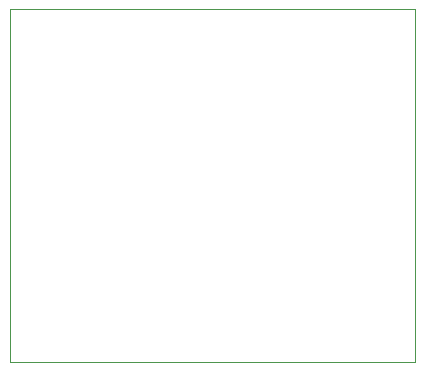
<source format=gbr>
%TF.GenerationSoftware,KiCad,Pcbnew,(5.1.10-1-10_14)*%
%TF.CreationDate,2021-11-21T15:05:05-08:00*%
%TF.ProjectId,Tiny44_motor_revised,54696e79-3434-45f6-9d6f-746f725f7265,rev?*%
%TF.SameCoordinates,Original*%
%TF.FileFunction,Profile,NP*%
%FSLAX46Y46*%
G04 Gerber Fmt 4.6, Leading zero omitted, Abs format (unit mm)*
G04 Created by KiCad (PCBNEW (5.1.10-1-10_14)) date 2021-11-21 15:05:05*
%MOMM*%
%LPD*%
G01*
G04 APERTURE LIST*
%TA.AperFunction,Profile*%
%ADD10C,0.050000*%
%TD*%
G04 APERTURE END LIST*
D10*
X137160000Y-87630000D02*
X138430000Y-87630000D01*
X137160000Y-117475000D02*
X137160000Y-87630000D01*
X171450000Y-117475000D02*
X137160000Y-117475000D01*
X171450000Y-87630000D02*
X171450000Y-117475000D01*
X137795000Y-87630000D02*
X171450000Y-87630000D01*
M02*

</source>
